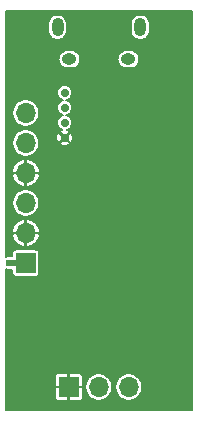
<source format=gbr>
G04 #@! TF.GenerationSoftware,KiCad,Pcbnew,5.1.8-db9833491~88~ubuntu20.04.1*
G04 #@! TF.CreationDate,2021-01-29T13:44:14-05:00*
G04 #@! TF.ProjectId,pmtcmini-h10770,706d7463-6d69-46e6-992d-683130373730,rev?*
G04 #@! TF.SameCoordinates,Original*
G04 #@! TF.FileFunction,Copper,L2,Bot*
G04 #@! TF.FilePolarity,Positive*
%FSLAX46Y46*%
G04 Gerber Fmt 4.6, Leading zero omitted, Abs format (unit mm)*
G04 Created by KiCad (PCBNEW 5.1.8-db9833491~88~ubuntu20.04.1) date 2021-01-29 13:44:14*
%MOMM*%
%LPD*%
G01*
G04 APERTURE LIST*
G04 #@! TA.AperFunction,SMDPad,CuDef*
%ADD10O,1.700000X1.700000*%
G04 #@! TD*
G04 #@! TA.AperFunction,SMDPad,CuDef*
%ADD11R,1.700000X1.700000*%
G04 #@! TD*
G04 #@! TA.AperFunction,ComponentPad*
%ADD12C,0.704800*%
G04 #@! TD*
G04 #@! TA.AperFunction,ComponentPad*
%ADD13O,1.700000X1.700000*%
G04 #@! TD*
G04 #@! TA.AperFunction,ComponentPad*
%ADD14R,1.700000X1.700000*%
G04 #@! TD*
G04 #@! TA.AperFunction,ComponentPad*
%ADD15O,1.000000X1.550000*%
G04 #@! TD*
G04 #@! TA.AperFunction,ComponentPad*
%ADD16O,1.250000X0.950000*%
G04 #@! TD*
G04 #@! TA.AperFunction,ViaPad*
%ADD17C,0.800000*%
G04 #@! TD*
G04 #@! TA.AperFunction,ViaPad*
%ADD18C,0.600000*%
G04 #@! TD*
G04 #@! TA.AperFunction,Conductor*
%ADD19C,0.500000*%
G04 #@! TD*
G04 #@! TA.AperFunction,Conductor*
%ADD20C,0.200000*%
G04 #@! TD*
G04 #@! TA.AperFunction,Conductor*
%ADD21C,0.100000*%
G04 #@! TD*
G04 APERTURE END LIST*
D10*
X129055000Y-67581000D03*
X129055000Y-65041000D03*
X129055000Y-72661000D03*
D11*
X129055000Y-75201000D03*
D10*
X129055000Y-70121000D03*
X129055000Y-62501000D03*
D12*
X132350000Y-62045000D03*
X132350000Y-60775000D03*
X132350000Y-63315000D03*
X132350000Y-64585000D03*
D13*
X137780000Y-85700000D03*
X135240000Y-85700000D03*
D14*
X132700000Y-85700000D03*
D15*
X131750000Y-55250000D03*
X138750000Y-55250000D03*
D16*
X137750000Y-57950000D03*
X132750000Y-57950000D03*
D17*
X129075000Y-65125000D03*
X129075000Y-67675000D03*
X129075000Y-72700000D03*
X129075000Y-70125000D03*
D18*
X141050000Y-62800000D03*
X133950000Y-56600000D03*
X134250000Y-65250000D03*
X132900000Y-70850000D03*
X133200000Y-75950000D03*
X137950000Y-72500000D03*
D17*
X140150000Y-75275000D03*
X137805210Y-75853828D03*
D18*
X138950000Y-68075000D03*
X136725000Y-61300000D03*
X127675000Y-75200000D03*
X129050000Y-62500000D03*
D19*
X129054000Y-75200000D02*
X129055000Y-75201000D01*
X127675000Y-75200000D02*
X129054000Y-75200000D01*
D20*
X143125001Y-87625000D02*
X127375000Y-87625000D01*
X127375000Y-86550000D01*
X131498306Y-86550000D01*
X131505064Y-86618612D01*
X131525077Y-86684587D01*
X131557577Y-86745391D01*
X131601315Y-86798685D01*
X131654609Y-86842423D01*
X131715413Y-86874923D01*
X131781388Y-86894936D01*
X131850000Y-86901694D01*
X132587500Y-86900000D01*
X132675000Y-86812500D01*
X132675000Y-85725000D01*
X132725000Y-85725000D01*
X132725000Y-86812500D01*
X132812500Y-86900000D01*
X133550000Y-86901694D01*
X133618612Y-86894936D01*
X133684587Y-86874923D01*
X133745391Y-86842423D01*
X133798685Y-86798685D01*
X133842423Y-86745391D01*
X133874923Y-86684587D01*
X133894936Y-86618612D01*
X133901694Y-86550000D01*
X133900000Y-85812500D01*
X133812500Y-85725000D01*
X132725000Y-85725000D01*
X132675000Y-85725000D01*
X131587500Y-85725000D01*
X131500000Y-85812500D01*
X131498306Y-86550000D01*
X127375000Y-86550000D01*
X127375000Y-84850000D01*
X131498306Y-84850000D01*
X131500000Y-85587500D01*
X131587500Y-85675000D01*
X132675000Y-85675000D01*
X132675000Y-84587500D01*
X132725000Y-84587500D01*
X132725000Y-85675000D01*
X133812500Y-85675000D01*
X133900000Y-85587500D01*
X133900001Y-85586735D01*
X134090000Y-85586735D01*
X134090000Y-85813265D01*
X134134194Y-86035443D01*
X134220884Y-86244729D01*
X134346737Y-86433082D01*
X134506918Y-86593263D01*
X134695271Y-86719116D01*
X134904557Y-86805806D01*
X135126735Y-86850000D01*
X135353265Y-86850000D01*
X135575443Y-86805806D01*
X135784729Y-86719116D01*
X135973082Y-86593263D01*
X136133263Y-86433082D01*
X136259116Y-86244729D01*
X136345806Y-86035443D01*
X136390000Y-85813265D01*
X136390000Y-85586735D01*
X136630000Y-85586735D01*
X136630000Y-85813265D01*
X136674194Y-86035443D01*
X136760884Y-86244729D01*
X136886737Y-86433082D01*
X137046918Y-86593263D01*
X137235271Y-86719116D01*
X137444557Y-86805806D01*
X137666735Y-86850000D01*
X137893265Y-86850000D01*
X138115443Y-86805806D01*
X138324729Y-86719116D01*
X138513082Y-86593263D01*
X138673263Y-86433082D01*
X138799116Y-86244729D01*
X138885806Y-86035443D01*
X138930000Y-85813265D01*
X138930000Y-85586735D01*
X138885806Y-85364557D01*
X138799116Y-85155271D01*
X138673263Y-84966918D01*
X138513082Y-84806737D01*
X138324729Y-84680884D01*
X138115443Y-84594194D01*
X137893265Y-84550000D01*
X137666735Y-84550000D01*
X137444557Y-84594194D01*
X137235271Y-84680884D01*
X137046918Y-84806737D01*
X136886737Y-84966918D01*
X136760884Y-85155271D01*
X136674194Y-85364557D01*
X136630000Y-85586735D01*
X136390000Y-85586735D01*
X136345806Y-85364557D01*
X136259116Y-85155271D01*
X136133263Y-84966918D01*
X135973082Y-84806737D01*
X135784729Y-84680884D01*
X135575443Y-84594194D01*
X135353265Y-84550000D01*
X135126735Y-84550000D01*
X134904557Y-84594194D01*
X134695271Y-84680884D01*
X134506918Y-84806737D01*
X134346737Y-84966918D01*
X134220884Y-85155271D01*
X134134194Y-85364557D01*
X134090000Y-85586735D01*
X133900001Y-85586735D01*
X133901694Y-84850000D01*
X133894936Y-84781388D01*
X133874923Y-84715413D01*
X133842423Y-84654609D01*
X133798685Y-84601315D01*
X133745391Y-84557577D01*
X133684587Y-84525077D01*
X133618612Y-84505064D01*
X133550000Y-84498306D01*
X132812500Y-84500000D01*
X132725000Y-84587500D01*
X132675000Y-84587500D01*
X132587500Y-84500000D01*
X131850000Y-84498306D01*
X131781388Y-84505064D01*
X131715413Y-84525077D01*
X131654609Y-84557577D01*
X131601315Y-84601315D01*
X131557577Y-84654609D01*
X131525077Y-84715413D01*
X131505064Y-84781388D01*
X131498306Y-84850000D01*
X127375000Y-84850000D01*
X127375000Y-75721160D01*
X127390793Y-75731713D01*
X127499986Y-75776942D01*
X127615905Y-75800000D01*
X127734095Y-75800000D01*
X127850014Y-75776942D01*
X127903549Y-75754767D01*
X127903549Y-76051000D01*
X127909341Y-76109810D01*
X127926496Y-76166360D01*
X127954353Y-76218477D01*
X127991842Y-76264158D01*
X128037523Y-76301647D01*
X128089640Y-76329504D01*
X128146190Y-76346659D01*
X128205000Y-76352451D01*
X129905000Y-76352451D01*
X129963810Y-76346659D01*
X130020360Y-76329504D01*
X130072477Y-76301647D01*
X130118158Y-76264158D01*
X130155647Y-76218477D01*
X130183504Y-76166360D01*
X130200659Y-76109810D01*
X130206451Y-76051000D01*
X130206451Y-74351000D01*
X130200659Y-74292190D01*
X130183504Y-74235640D01*
X130155647Y-74183523D01*
X130118158Y-74137842D01*
X130072477Y-74100353D01*
X130020360Y-74072496D01*
X129963810Y-74055341D01*
X129905000Y-74049549D01*
X128205000Y-74049549D01*
X128146190Y-74055341D01*
X128089640Y-74072496D01*
X128037523Y-74100353D01*
X127991842Y-74137842D01*
X127954353Y-74183523D01*
X127926496Y-74235640D01*
X127909341Y-74292190D01*
X127903549Y-74351000D01*
X127903549Y-74645233D01*
X127850014Y-74623058D01*
X127734095Y-74600000D01*
X127615905Y-74600000D01*
X127499986Y-74623058D01*
X127390793Y-74668287D01*
X127375000Y-74678840D01*
X127375000Y-72873373D01*
X127873942Y-72873373D01*
X127882573Y-72916764D01*
X127954998Y-73140579D01*
X128069696Y-73345964D01*
X128222258Y-73525026D01*
X128406822Y-73670884D01*
X128616295Y-73777933D01*
X128842627Y-73842059D01*
X129030000Y-73773241D01*
X129030000Y-72686000D01*
X129080000Y-72686000D01*
X129080000Y-73773241D01*
X129267373Y-73842059D01*
X129493705Y-73777933D01*
X129703178Y-73670884D01*
X129887742Y-73525026D01*
X130040304Y-73345964D01*
X130155002Y-73140579D01*
X130227427Y-72916764D01*
X130236058Y-72873373D01*
X130167219Y-72686000D01*
X129080000Y-72686000D01*
X129030000Y-72686000D01*
X127942781Y-72686000D01*
X127873942Y-72873373D01*
X127375000Y-72873373D01*
X127375000Y-72448627D01*
X127873942Y-72448627D01*
X127942781Y-72636000D01*
X129030000Y-72636000D01*
X129030000Y-71548759D01*
X129080000Y-71548759D01*
X129080000Y-72636000D01*
X130167219Y-72636000D01*
X130236058Y-72448627D01*
X130227427Y-72405236D01*
X130155002Y-72181421D01*
X130040304Y-71976036D01*
X129887742Y-71796974D01*
X129703178Y-71651116D01*
X129493705Y-71544067D01*
X129267373Y-71479941D01*
X129080000Y-71548759D01*
X129030000Y-71548759D01*
X128842627Y-71479941D01*
X128616295Y-71544067D01*
X128406822Y-71651116D01*
X128222258Y-71796974D01*
X128069696Y-71976036D01*
X127954998Y-72181421D01*
X127882573Y-72405236D01*
X127873942Y-72448627D01*
X127375000Y-72448627D01*
X127375000Y-70007735D01*
X127905000Y-70007735D01*
X127905000Y-70234265D01*
X127949194Y-70456443D01*
X128035884Y-70665729D01*
X128161737Y-70854082D01*
X128321918Y-71014263D01*
X128510271Y-71140116D01*
X128719557Y-71226806D01*
X128941735Y-71271000D01*
X129168265Y-71271000D01*
X129390443Y-71226806D01*
X129599729Y-71140116D01*
X129788082Y-71014263D01*
X129948263Y-70854082D01*
X130074116Y-70665729D01*
X130160806Y-70456443D01*
X130205000Y-70234265D01*
X130205000Y-70007735D01*
X130160806Y-69785557D01*
X130074116Y-69576271D01*
X129948263Y-69387918D01*
X129788082Y-69227737D01*
X129599729Y-69101884D01*
X129390443Y-69015194D01*
X129168265Y-68971000D01*
X128941735Y-68971000D01*
X128719557Y-69015194D01*
X128510271Y-69101884D01*
X128321918Y-69227737D01*
X128161737Y-69387918D01*
X128035884Y-69576271D01*
X127949194Y-69785557D01*
X127905000Y-70007735D01*
X127375000Y-70007735D01*
X127375000Y-67793373D01*
X127873942Y-67793373D01*
X127882573Y-67836764D01*
X127954998Y-68060579D01*
X128069696Y-68265964D01*
X128222258Y-68445026D01*
X128406822Y-68590884D01*
X128616295Y-68697933D01*
X128842627Y-68762059D01*
X129030000Y-68693241D01*
X129030000Y-67606000D01*
X129080000Y-67606000D01*
X129080000Y-68693241D01*
X129267373Y-68762059D01*
X129493705Y-68697933D01*
X129703178Y-68590884D01*
X129887742Y-68445026D01*
X130040304Y-68265964D01*
X130155002Y-68060579D01*
X130227427Y-67836764D01*
X130236058Y-67793373D01*
X130167219Y-67606000D01*
X129080000Y-67606000D01*
X129030000Y-67606000D01*
X127942781Y-67606000D01*
X127873942Y-67793373D01*
X127375000Y-67793373D01*
X127375000Y-67368627D01*
X127873942Y-67368627D01*
X127942781Y-67556000D01*
X129030000Y-67556000D01*
X129030000Y-66468759D01*
X129080000Y-66468759D01*
X129080000Y-67556000D01*
X130167219Y-67556000D01*
X130236058Y-67368627D01*
X130227427Y-67325236D01*
X130155002Y-67101421D01*
X130040304Y-66896036D01*
X129887742Y-66716974D01*
X129703178Y-66571116D01*
X129493705Y-66464067D01*
X129267373Y-66399941D01*
X129080000Y-66468759D01*
X129030000Y-66468759D01*
X128842627Y-66399941D01*
X128616295Y-66464067D01*
X128406822Y-66571116D01*
X128222258Y-66716974D01*
X128069696Y-66896036D01*
X127954998Y-67101421D01*
X127882573Y-67325236D01*
X127873942Y-67368627D01*
X127375000Y-67368627D01*
X127375000Y-64927735D01*
X127905000Y-64927735D01*
X127905000Y-65154265D01*
X127949194Y-65376443D01*
X128035884Y-65585729D01*
X128161737Y-65774082D01*
X128321918Y-65934263D01*
X128510271Y-66060116D01*
X128719557Y-66146806D01*
X128941735Y-66191000D01*
X129168265Y-66191000D01*
X129390443Y-66146806D01*
X129599729Y-66060116D01*
X129788082Y-65934263D01*
X129948263Y-65774082D01*
X130074116Y-65585729D01*
X130160806Y-65376443D01*
X130205000Y-65154265D01*
X130205000Y-65039523D01*
X131930832Y-65039523D01*
X131955627Y-65170339D01*
X132077399Y-65236030D01*
X132209646Y-65276703D01*
X132347288Y-65290794D01*
X132485033Y-65277761D01*
X132617590Y-65238106D01*
X132739863Y-65173352D01*
X132744373Y-65170339D01*
X132769168Y-65039523D01*
X132350000Y-64620355D01*
X131930832Y-65039523D01*
X130205000Y-65039523D01*
X130205000Y-64927735D01*
X130160806Y-64705557D01*
X130109746Y-64582288D01*
X131644206Y-64582288D01*
X131657239Y-64720033D01*
X131696894Y-64852590D01*
X131761648Y-64974863D01*
X131764661Y-64979373D01*
X131895477Y-65004168D01*
X132314645Y-64585000D01*
X132385355Y-64585000D01*
X132804523Y-65004168D01*
X132935339Y-64979373D01*
X133001030Y-64857601D01*
X133041703Y-64725354D01*
X133055794Y-64587712D01*
X133042761Y-64449967D01*
X133003106Y-64317410D01*
X132938352Y-64195137D01*
X132935339Y-64190627D01*
X132804523Y-64165832D01*
X132385355Y-64585000D01*
X132314645Y-64585000D01*
X131895477Y-64165832D01*
X131764661Y-64190627D01*
X131698970Y-64312399D01*
X131658297Y-64444646D01*
X131644206Y-64582288D01*
X130109746Y-64582288D01*
X130074116Y-64496271D01*
X129948263Y-64307918D01*
X129788082Y-64147737D01*
X129599729Y-64021884D01*
X129390443Y-63935194D01*
X129168265Y-63891000D01*
X128941735Y-63891000D01*
X128719557Y-63935194D01*
X128510271Y-64021884D01*
X128321918Y-64147737D01*
X128161737Y-64307918D01*
X128035884Y-64496271D01*
X127949194Y-64705557D01*
X127905000Y-64927735D01*
X127375000Y-64927735D01*
X127375000Y-62387735D01*
X127905000Y-62387735D01*
X127905000Y-62614265D01*
X127949194Y-62836443D01*
X128035884Y-63045729D01*
X128161737Y-63234082D01*
X128321918Y-63394263D01*
X128510271Y-63520116D01*
X128719557Y-63606806D01*
X128941735Y-63651000D01*
X129168265Y-63651000D01*
X129390443Y-63606806D01*
X129599729Y-63520116D01*
X129788082Y-63394263D01*
X129948263Y-63234082D01*
X130074116Y-63045729D01*
X130160806Y-62836443D01*
X130205000Y-62614265D01*
X130205000Y-62387735D01*
X130160806Y-62165557D01*
X130074116Y-61956271D01*
X129948263Y-61767918D01*
X129788082Y-61607737D01*
X129599729Y-61481884D01*
X129390443Y-61395194D01*
X129168265Y-61351000D01*
X128941735Y-61351000D01*
X128719557Y-61395194D01*
X128510271Y-61481884D01*
X128321918Y-61607737D01*
X128161737Y-61767918D01*
X128035884Y-61956271D01*
X127949194Y-62165557D01*
X127905000Y-62387735D01*
X127375000Y-62387735D01*
X127375000Y-60710744D01*
X131697600Y-60710744D01*
X131697600Y-60839256D01*
X131722671Y-60965298D01*
X131771850Y-61084027D01*
X131843248Y-61190881D01*
X131934119Y-61281752D01*
X132040973Y-61353150D01*
X132159702Y-61402329D01*
X132198267Y-61410000D01*
X132159702Y-61417671D01*
X132040973Y-61466850D01*
X131934119Y-61538248D01*
X131843248Y-61629119D01*
X131771850Y-61735973D01*
X131722671Y-61854702D01*
X131697600Y-61980744D01*
X131697600Y-62109256D01*
X131722671Y-62235298D01*
X131771850Y-62354027D01*
X131843248Y-62460881D01*
X131934119Y-62551752D01*
X132040973Y-62623150D01*
X132159702Y-62672329D01*
X132198267Y-62680000D01*
X132159702Y-62687671D01*
X132040973Y-62736850D01*
X131934119Y-62808248D01*
X131843248Y-62899119D01*
X131771850Y-63005973D01*
X131722671Y-63124702D01*
X131697600Y-63250744D01*
X131697600Y-63379256D01*
X131722671Y-63505298D01*
X131771850Y-63624027D01*
X131843248Y-63730881D01*
X131934119Y-63821752D01*
X132040973Y-63893150D01*
X132112661Y-63922844D01*
X132082410Y-63931894D01*
X131960137Y-63996648D01*
X131955627Y-63999661D01*
X131930832Y-64130477D01*
X132350000Y-64549645D01*
X132769168Y-64130477D01*
X132744373Y-63999661D01*
X132622601Y-63933970D01*
X132586950Y-63923005D01*
X132659027Y-63893150D01*
X132765881Y-63821752D01*
X132856752Y-63730881D01*
X132928150Y-63624027D01*
X132977329Y-63505298D01*
X133002400Y-63379256D01*
X133002400Y-63250744D01*
X132977329Y-63124702D01*
X132928150Y-63005973D01*
X132856752Y-62899119D01*
X132765881Y-62808248D01*
X132659027Y-62736850D01*
X132540298Y-62687671D01*
X132501733Y-62680000D01*
X132540298Y-62672329D01*
X132659027Y-62623150D01*
X132765881Y-62551752D01*
X132856752Y-62460881D01*
X132928150Y-62354027D01*
X132977329Y-62235298D01*
X133002400Y-62109256D01*
X133002400Y-61980744D01*
X132977329Y-61854702D01*
X132928150Y-61735973D01*
X132856752Y-61629119D01*
X132765881Y-61538248D01*
X132659027Y-61466850D01*
X132540298Y-61417671D01*
X132501733Y-61410000D01*
X132540298Y-61402329D01*
X132659027Y-61353150D01*
X132765881Y-61281752D01*
X132856752Y-61190881D01*
X132928150Y-61084027D01*
X132977329Y-60965298D01*
X133002400Y-60839256D01*
X133002400Y-60710744D01*
X132977329Y-60584702D01*
X132928150Y-60465973D01*
X132856752Y-60359119D01*
X132765881Y-60268248D01*
X132659027Y-60196850D01*
X132540298Y-60147671D01*
X132414256Y-60122600D01*
X132285744Y-60122600D01*
X132159702Y-60147671D01*
X132040973Y-60196850D01*
X131934119Y-60268248D01*
X131843248Y-60359119D01*
X131771850Y-60465973D01*
X131722671Y-60584702D01*
X131697600Y-60710744D01*
X127375000Y-60710744D01*
X127375000Y-57950000D01*
X131821251Y-57950000D01*
X131836214Y-58101926D01*
X131880530Y-58248014D01*
X131952494Y-58382650D01*
X132049341Y-58500659D01*
X132167350Y-58597506D01*
X132301986Y-58669470D01*
X132448074Y-58713786D01*
X132561935Y-58725000D01*
X132938065Y-58725000D01*
X133051926Y-58713786D01*
X133198014Y-58669470D01*
X133332650Y-58597506D01*
X133450659Y-58500659D01*
X133547506Y-58382650D01*
X133619470Y-58248014D01*
X133663786Y-58101926D01*
X133678749Y-57950000D01*
X136821251Y-57950000D01*
X136836214Y-58101926D01*
X136880530Y-58248014D01*
X136952494Y-58382650D01*
X137049341Y-58500659D01*
X137167350Y-58597506D01*
X137301986Y-58669470D01*
X137448074Y-58713786D01*
X137561935Y-58725000D01*
X137938065Y-58725000D01*
X138051926Y-58713786D01*
X138198014Y-58669470D01*
X138332650Y-58597506D01*
X138450659Y-58500659D01*
X138547506Y-58382650D01*
X138619470Y-58248014D01*
X138663786Y-58101926D01*
X138678749Y-57950000D01*
X138663786Y-57798074D01*
X138619470Y-57651986D01*
X138547506Y-57517350D01*
X138450659Y-57399341D01*
X138332650Y-57302494D01*
X138198014Y-57230530D01*
X138051926Y-57186214D01*
X137938065Y-57175000D01*
X137561935Y-57175000D01*
X137448074Y-57186214D01*
X137301986Y-57230530D01*
X137167350Y-57302494D01*
X137049341Y-57399341D01*
X136952494Y-57517350D01*
X136880530Y-57651986D01*
X136836214Y-57798074D01*
X136821251Y-57950000D01*
X133678749Y-57950000D01*
X133663786Y-57798074D01*
X133619470Y-57651986D01*
X133547506Y-57517350D01*
X133450659Y-57399341D01*
X133332650Y-57302494D01*
X133198014Y-57230530D01*
X133051926Y-57186214D01*
X132938065Y-57175000D01*
X132561935Y-57175000D01*
X132448074Y-57186214D01*
X132301986Y-57230530D01*
X132167350Y-57302494D01*
X132049341Y-57399341D01*
X131952494Y-57517350D01*
X131880530Y-57651986D01*
X131836214Y-57798074D01*
X131821251Y-57950000D01*
X127375000Y-57950000D01*
X127375000Y-54935707D01*
X130950000Y-54935707D01*
X130950000Y-55564292D01*
X130961576Y-55681826D01*
X131007321Y-55832627D01*
X131081607Y-55971605D01*
X131181578Y-56093422D01*
X131303394Y-56193393D01*
X131442372Y-56267679D01*
X131593173Y-56313424D01*
X131750000Y-56328870D01*
X131906826Y-56313424D01*
X132057627Y-56267679D01*
X132196605Y-56193393D01*
X132318422Y-56093422D01*
X132418393Y-55971606D01*
X132492679Y-55832628D01*
X132538424Y-55681827D01*
X132550000Y-55564293D01*
X132550000Y-54935707D01*
X137950000Y-54935707D01*
X137950000Y-55564292D01*
X137961576Y-55681826D01*
X138007321Y-55832627D01*
X138081607Y-55971605D01*
X138181578Y-56093422D01*
X138303394Y-56193393D01*
X138442372Y-56267679D01*
X138593173Y-56313424D01*
X138750000Y-56328870D01*
X138906826Y-56313424D01*
X139057627Y-56267679D01*
X139196605Y-56193393D01*
X139318422Y-56093422D01*
X139418393Y-55971606D01*
X139492679Y-55832628D01*
X139538424Y-55681827D01*
X139550000Y-55564293D01*
X139550000Y-54935707D01*
X139538424Y-54818173D01*
X139492679Y-54667372D01*
X139418393Y-54528394D01*
X139318422Y-54406578D01*
X139196606Y-54306607D01*
X139057628Y-54232321D01*
X138906827Y-54186576D01*
X138750000Y-54171130D01*
X138593174Y-54186576D01*
X138442373Y-54232321D01*
X138303395Y-54306607D01*
X138181579Y-54406578D01*
X138081608Y-54528394D01*
X138007321Y-54667372D01*
X137961576Y-54818173D01*
X137950000Y-54935707D01*
X132550000Y-54935707D01*
X132538424Y-54818173D01*
X132492679Y-54667372D01*
X132418393Y-54528394D01*
X132318422Y-54406578D01*
X132196606Y-54306607D01*
X132057628Y-54232321D01*
X131906827Y-54186576D01*
X131750000Y-54171130D01*
X131593174Y-54186576D01*
X131442373Y-54232321D01*
X131303395Y-54306607D01*
X131181579Y-54406578D01*
X131081608Y-54528394D01*
X131007321Y-54667372D01*
X130961576Y-54818173D01*
X130950000Y-54935707D01*
X127375000Y-54935707D01*
X127375000Y-53875000D01*
X143125000Y-53875000D01*
X143125001Y-87625000D01*
G04 #@! TA.AperFunction,Conductor*
D21*
G36*
X143125001Y-87625000D02*
G01*
X127375000Y-87625000D01*
X127375000Y-86550000D01*
X131498306Y-86550000D01*
X131505064Y-86618612D01*
X131525077Y-86684587D01*
X131557577Y-86745391D01*
X131601315Y-86798685D01*
X131654609Y-86842423D01*
X131715413Y-86874923D01*
X131781388Y-86894936D01*
X131850000Y-86901694D01*
X132587500Y-86900000D01*
X132675000Y-86812500D01*
X132675000Y-85725000D01*
X132725000Y-85725000D01*
X132725000Y-86812500D01*
X132812500Y-86900000D01*
X133550000Y-86901694D01*
X133618612Y-86894936D01*
X133684587Y-86874923D01*
X133745391Y-86842423D01*
X133798685Y-86798685D01*
X133842423Y-86745391D01*
X133874923Y-86684587D01*
X133894936Y-86618612D01*
X133901694Y-86550000D01*
X133900000Y-85812500D01*
X133812500Y-85725000D01*
X132725000Y-85725000D01*
X132675000Y-85725000D01*
X131587500Y-85725000D01*
X131500000Y-85812500D01*
X131498306Y-86550000D01*
X127375000Y-86550000D01*
X127375000Y-84850000D01*
X131498306Y-84850000D01*
X131500000Y-85587500D01*
X131587500Y-85675000D01*
X132675000Y-85675000D01*
X132675000Y-84587500D01*
X132725000Y-84587500D01*
X132725000Y-85675000D01*
X133812500Y-85675000D01*
X133900000Y-85587500D01*
X133900001Y-85586735D01*
X134090000Y-85586735D01*
X134090000Y-85813265D01*
X134134194Y-86035443D01*
X134220884Y-86244729D01*
X134346737Y-86433082D01*
X134506918Y-86593263D01*
X134695271Y-86719116D01*
X134904557Y-86805806D01*
X135126735Y-86850000D01*
X135353265Y-86850000D01*
X135575443Y-86805806D01*
X135784729Y-86719116D01*
X135973082Y-86593263D01*
X136133263Y-86433082D01*
X136259116Y-86244729D01*
X136345806Y-86035443D01*
X136390000Y-85813265D01*
X136390000Y-85586735D01*
X136630000Y-85586735D01*
X136630000Y-85813265D01*
X136674194Y-86035443D01*
X136760884Y-86244729D01*
X136886737Y-86433082D01*
X137046918Y-86593263D01*
X137235271Y-86719116D01*
X137444557Y-86805806D01*
X137666735Y-86850000D01*
X137893265Y-86850000D01*
X138115443Y-86805806D01*
X138324729Y-86719116D01*
X138513082Y-86593263D01*
X138673263Y-86433082D01*
X138799116Y-86244729D01*
X138885806Y-86035443D01*
X138930000Y-85813265D01*
X138930000Y-85586735D01*
X138885806Y-85364557D01*
X138799116Y-85155271D01*
X138673263Y-84966918D01*
X138513082Y-84806737D01*
X138324729Y-84680884D01*
X138115443Y-84594194D01*
X137893265Y-84550000D01*
X137666735Y-84550000D01*
X137444557Y-84594194D01*
X137235271Y-84680884D01*
X137046918Y-84806737D01*
X136886737Y-84966918D01*
X136760884Y-85155271D01*
X136674194Y-85364557D01*
X136630000Y-85586735D01*
X136390000Y-85586735D01*
X136345806Y-85364557D01*
X136259116Y-85155271D01*
X136133263Y-84966918D01*
X135973082Y-84806737D01*
X135784729Y-84680884D01*
X135575443Y-84594194D01*
X135353265Y-84550000D01*
X135126735Y-84550000D01*
X134904557Y-84594194D01*
X134695271Y-84680884D01*
X134506918Y-84806737D01*
X134346737Y-84966918D01*
X134220884Y-85155271D01*
X134134194Y-85364557D01*
X134090000Y-85586735D01*
X133900001Y-85586735D01*
X133901694Y-84850000D01*
X133894936Y-84781388D01*
X133874923Y-84715413D01*
X133842423Y-84654609D01*
X133798685Y-84601315D01*
X133745391Y-84557577D01*
X133684587Y-84525077D01*
X133618612Y-84505064D01*
X133550000Y-84498306D01*
X132812500Y-84500000D01*
X132725000Y-84587500D01*
X132675000Y-84587500D01*
X132587500Y-84500000D01*
X131850000Y-84498306D01*
X131781388Y-84505064D01*
X131715413Y-84525077D01*
X131654609Y-84557577D01*
X131601315Y-84601315D01*
X131557577Y-84654609D01*
X131525077Y-84715413D01*
X131505064Y-84781388D01*
X131498306Y-84850000D01*
X127375000Y-84850000D01*
X127375000Y-75721160D01*
X127390793Y-75731713D01*
X127499986Y-75776942D01*
X127615905Y-75800000D01*
X127734095Y-75800000D01*
X127850014Y-75776942D01*
X127903549Y-75754767D01*
X127903549Y-76051000D01*
X127909341Y-76109810D01*
X127926496Y-76166360D01*
X127954353Y-76218477D01*
X127991842Y-76264158D01*
X128037523Y-76301647D01*
X128089640Y-76329504D01*
X128146190Y-76346659D01*
X128205000Y-76352451D01*
X129905000Y-76352451D01*
X129963810Y-76346659D01*
X130020360Y-76329504D01*
X130072477Y-76301647D01*
X130118158Y-76264158D01*
X130155647Y-76218477D01*
X130183504Y-76166360D01*
X130200659Y-76109810D01*
X130206451Y-76051000D01*
X130206451Y-74351000D01*
X130200659Y-74292190D01*
X130183504Y-74235640D01*
X130155647Y-74183523D01*
X130118158Y-74137842D01*
X130072477Y-74100353D01*
X130020360Y-74072496D01*
X129963810Y-74055341D01*
X129905000Y-74049549D01*
X128205000Y-74049549D01*
X128146190Y-74055341D01*
X128089640Y-74072496D01*
X128037523Y-74100353D01*
X127991842Y-74137842D01*
X127954353Y-74183523D01*
X127926496Y-74235640D01*
X127909341Y-74292190D01*
X127903549Y-74351000D01*
X127903549Y-74645233D01*
X127850014Y-74623058D01*
X127734095Y-74600000D01*
X127615905Y-74600000D01*
X127499986Y-74623058D01*
X127390793Y-74668287D01*
X127375000Y-74678840D01*
X127375000Y-72873373D01*
X127873942Y-72873373D01*
X127882573Y-72916764D01*
X127954998Y-73140579D01*
X128069696Y-73345964D01*
X128222258Y-73525026D01*
X128406822Y-73670884D01*
X128616295Y-73777933D01*
X128842627Y-73842059D01*
X129030000Y-73773241D01*
X129030000Y-72686000D01*
X129080000Y-72686000D01*
X129080000Y-73773241D01*
X129267373Y-73842059D01*
X129493705Y-73777933D01*
X129703178Y-73670884D01*
X129887742Y-73525026D01*
X130040304Y-73345964D01*
X130155002Y-73140579D01*
X130227427Y-72916764D01*
X130236058Y-72873373D01*
X130167219Y-72686000D01*
X129080000Y-72686000D01*
X129030000Y-72686000D01*
X127942781Y-72686000D01*
X127873942Y-72873373D01*
X127375000Y-72873373D01*
X127375000Y-72448627D01*
X127873942Y-72448627D01*
X127942781Y-72636000D01*
X129030000Y-72636000D01*
X129030000Y-71548759D01*
X129080000Y-71548759D01*
X129080000Y-72636000D01*
X130167219Y-72636000D01*
X130236058Y-72448627D01*
X130227427Y-72405236D01*
X130155002Y-72181421D01*
X130040304Y-71976036D01*
X129887742Y-71796974D01*
X129703178Y-71651116D01*
X129493705Y-71544067D01*
X129267373Y-71479941D01*
X129080000Y-71548759D01*
X129030000Y-71548759D01*
X128842627Y-71479941D01*
X128616295Y-71544067D01*
X128406822Y-71651116D01*
X128222258Y-71796974D01*
X128069696Y-71976036D01*
X127954998Y-72181421D01*
X127882573Y-72405236D01*
X127873942Y-72448627D01*
X127375000Y-72448627D01*
X127375000Y-70007735D01*
X127905000Y-70007735D01*
X127905000Y-70234265D01*
X127949194Y-70456443D01*
X128035884Y-70665729D01*
X128161737Y-70854082D01*
X128321918Y-71014263D01*
X128510271Y-71140116D01*
X128719557Y-71226806D01*
X128941735Y-71271000D01*
X129168265Y-71271000D01*
X129390443Y-71226806D01*
X129599729Y-71140116D01*
X129788082Y-71014263D01*
X129948263Y-70854082D01*
X130074116Y-70665729D01*
X130160806Y-70456443D01*
X130205000Y-70234265D01*
X130205000Y-70007735D01*
X130160806Y-69785557D01*
X130074116Y-69576271D01*
X129948263Y-69387918D01*
X129788082Y-69227737D01*
X129599729Y-69101884D01*
X129390443Y-69015194D01*
X129168265Y-68971000D01*
X128941735Y-68971000D01*
X128719557Y-69015194D01*
X128510271Y-69101884D01*
X128321918Y-69227737D01*
X128161737Y-69387918D01*
X128035884Y-69576271D01*
X127949194Y-69785557D01*
X127905000Y-70007735D01*
X127375000Y-70007735D01*
X127375000Y-67793373D01*
X127873942Y-67793373D01*
X127882573Y-67836764D01*
X127954998Y-68060579D01*
X128069696Y-68265964D01*
X128222258Y-68445026D01*
X128406822Y-68590884D01*
X128616295Y-68697933D01*
X128842627Y-68762059D01*
X129030000Y-68693241D01*
X129030000Y-67606000D01*
X129080000Y-67606000D01*
X129080000Y-68693241D01*
X129267373Y-68762059D01*
X129493705Y-68697933D01*
X129703178Y-68590884D01*
X129887742Y-68445026D01*
X130040304Y-68265964D01*
X130155002Y-68060579D01*
X130227427Y-67836764D01*
X130236058Y-67793373D01*
X130167219Y-67606000D01*
X129080000Y-67606000D01*
X129030000Y-67606000D01*
X127942781Y-67606000D01*
X127873942Y-67793373D01*
X127375000Y-67793373D01*
X127375000Y-67368627D01*
X127873942Y-67368627D01*
X127942781Y-67556000D01*
X129030000Y-67556000D01*
X129030000Y-66468759D01*
X129080000Y-66468759D01*
X129080000Y-67556000D01*
X130167219Y-67556000D01*
X130236058Y-67368627D01*
X130227427Y-67325236D01*
X130155002Y-67101421D01*
X130040304Y-66896036D01*
X129887742Y-66716974D01*
X129703178Y-66571116D01*
X129493705Y-66464067D01*
X129267373Y-66399941D01*
X129080000Y-66468759D01*
X129030000Y-66468759D01*
X128842627Y-66399941D01*
X128616295Y-66464067D01*
X128406822Y-66571116D01*
X128222258Y-66716974D01*
X128069696Y-66896036D01*
X127954998Y-67101421D01*
X127882573Y-67325236D01*
X127873942Y-67368627D01*
X127375000Y-67368627D01*
X127375000Y-64927735D01*
X127905000Y-64927735D01*
X127905000Y-65154265D01*
X127949194Y-65376443D01*
X128035884Y-65585729D01*
X128161737Y-65774082D01*
X128321918Y-65934263D01*
X128510271Y-66060116D01*
X128719557Y-66146806D01*
X128941735Y-66191000D01*
X129168265Y-66191000D01*
X129390443Y-66146806D01*
X129599729Y-66060116D01*
X129788082Y-65934263D01*
X129948263Y-65774082D01*
X130074116Y-65585729D01*
X130160806Y-65376443D01*
X130205000Y-65154265D01*
X130205000Y-65039523D01*
X131930832Y-65039523D01*
X131955627Y-65170339D01*
X132077399Y-65236030D01*
X132209646Y-65276703D01*
X132347288Y-65290794D01*
X132485033Y-65277761D01*
X132617590Y-65238106D01*
X132739863Y-65173352D01*
X132744373Y-65170339D01*
X132769168Y-65039523D01*
X132350000Y-64620355D01*
X131930832Y-65039523D01*
X130205000Y-65039523D01*
X130205000Y-64927735D01*
X130160806Y-64705557D01*
X130109746Y-64582288D01*
X131644206Y-64582288D01*
X131657239Y-64720033D01*
X131696894Y-64852590D01*
X131761648Y-64974863D01*
X131764661Y-64979373D01*
X131895477Y-65004168D01*
X132314645Y-64585000D01*
X132385355Y-64585000D01*
X132804523Y-65004168D01*
X132935339Y-64979373D01*
X133001030Y-64857601D01*
X133041703Y-64725354D01*
X133055794Y-64587712D01*
X133042761Y-64449967D01*
X133003106Y-64317410D01*
X132938352Y-64195137D01*
X132935339Y-64190627D01*
X132804523Y-64165832D01*
X132385355Y-64585000D01*
X132314645Y-64585000D01*
X131895477Y-64165832D01*
X131764661Y-64190627D01*
X131698970Y-64312399D01*
X131658297Y-64444646D01*
X131644206Y-64582288D01*
X130109746Y-64582288D01*
X130074116Y-64496271D01*
X129948263Y-64307918D01*
X129788082Y-64147737D01*
X129599729Y-64021884D01*
X129390443Y-63935194D01*
X129168265Y-63891000D01*
X128941735Y-63891000D01*
X128719557Y-63935194D01*
X128510271Y-64021884D01*
X128321918Y-64147737D01*
X128161737Y-64307918D01*
X128035884Y-64496271D01*
X127949194Y-64705557D01*
X127905000Y-64927735D01*
X127375000Y-64927735D01*
X127375000Y-62387735D01*
X127905000Y-62387735D01*
X127905000Y-62614265D01*
X127949194Y-62836443D01*
X128035884Y-63045729D01*
X128161737Y-63234082D01*
X128321918Y-63394263D01*
X128510271Y-63520116D01*
X128719557Y-63606806D01*
X128941735Y-63651000D01*
X129168265Y-63651000D01*
X129390443Y-63606806D01*
X129599729Y-63520116D01*
X129788082Y-63394263D01*
X129948263Y-63234082D01*
X130074116Y-63045729D01*
X130160806Y-62836443D01*
X130205000Y-62614265D01*
X130205000Y-62387735D01*
X130160806Y-62165557D01*
X130074116Y-61956271D01*
X129948263Y-61767918D01*
X129788082Y-61607737D01*
X129599729Y-61481884D01*
X129390443Y-61395194D01*
X129168265Y-61351000D01*
X128941735Y-61351000D01*
X128719557Y-61395194D01*
X128510271Y-61481884D01*
X128321918Y-61607737D01*
X128161737Y-61767918D01*
X128035884Y-61956271D01*
X127949194Y-62165557D01*
X127905000Y-62387735D01*
X127375000Y-62387735D01*
X127375000Y-60710744D01*
X131697600Y-60710744D01*
X131697600Y-60839256D01*
X131722671Y-60965298D01*
X131771850Y-61084027D01*
X131843248Y-61190881D01*
X131934119Y-61281752D01*
X132040973Y-61353150D01*
X132159702Y-61402329D01*
X132198267Y-61410000D01*
X132159702Y-61417671D01*
X132040973Y-61466850D01*
X131934119Y-61538248D01*
X131843248Y-61629119D01*
X131771850Y-61735973D01*
X131722671Y-61854702D01*
X131697600Y-61980744D01*
X131697600Y-62109256D01*
X131722671Y-62235298D01*
X131771850Y-62354027D01*
X131843248Y-62460881D01*
X131934119Y-62551752D01*
X132040973Y-62623150D01*
X132159702Y-62672329D01*
X132198267Y-62680000D01*
X132159702Y-62687671D01*
X132040973Y-62736850D01*
X131934119Y-62808248D01*
X131843248Y-62899119D01*
X131771850Y-63005973D01*
X131722671Y-63124702D01*
X131697600Y-63250744D01*
X131697600Y-63379256D01*
X131722671Y-63505298D01*
X131771850Y-63624027D01*
X131843248Y-63730881D01*
X131934119Y-63821752D01*
X132040973Y-63893150D01*
X132112661Y-63922844D01*
X132082410Y-63931894D01*
X131960137Y-63996648D01*
X131955627Y-63999661D01*
X131930832Y-64130477D01*
X132350000Y-64549645D01*
X132769168Y-64130477D01*
X132744373Y-63999661D01*
X132622601Y-63933970D01*
X132586950Y-63923005D01*
X132659027Y-63893150D01*
X132765881Y-63821752D01*
X132856752Y-63730881D01*
X132928150Y-63624027D01*
X132977329Y-63505298D01*
X133002400Y-63379256D01*
X133002400Y-63250744D01*
X132977329Y-63124702D01*
X132928150Y-63005973D01*
X132856752Y-62899119D01*
X132765881Y-62808248D01*
X132659027Y-62736850D01*
X132540298Y-62687671D01*
X132501733Y-62680000D01*
X132540298Y-62672329D01*
X132659027Y-62623150D01*
X132765881Y-62551752D01*
X132856752Y-62460881D01*
X132928150Y-62354027D01*
X132977329Y-62235298D01*
X133002400Y-62109256D01*
X133002400Y-61980744D01*
X132977329Y-61854702D01*
X132928150Y-61735973D01*
X132856752Y-61629119D01*
X132765881Y-61538248D01*
X132659027Y-61466850D01*
X132540298Y-61417671D01*
X132501733Y-61410000D01*
X132540298Y-61402329D01*
X132659027Y-61353150D01*
X132765881Y-61281752D01*
X132856752Y-61190881D01*
X132928150Y-61084027D01*
X132977329Y-60965298D01*
X133002400Y-60839256D01*
X133002400Y-60710744D01*
X132977329Y-60584702D01*
X132928150Y-60465973D01*
X132856752Y-60359119D01*
X132765881Y-60268248D01*
X132659027Y-60196850D01*
X132540298Y-60147671D01*
X132414256Y-60122600D01*
X132285744Y-60122600D01*
X132159702Y-60147671D01*
X132040973Y-60196850D01*
X131934119Y-60268248D01*
X131843248Y-60359119D01*
X131771850Y-60465973D01*
X131722671Y-60584702D01*
X131697600Y-60710744D01*
X127375000Y-60710744D01*
X127375000Y-57950000D01*
X131821251Y-57950000D01*
X131836214Y-58101926D01*
X131880530Y-58248014D01*
X131952494Y-58382650D01*
X132049341Y-58500659D01*
X132167350Y-58597506D01*
X132301986Y-58669470D01*
X132448074Y-58713786D01*
X132561935Y-58725000D01*
X132938065Y-58725000D01*
X133051926Y-58713786D01*
X133198014Y-58669470D01*
X133332650Y-58597506D01*
X133450659Y-58500659D01*
X133547506Y-58382650D01*
X133619470Y-58248014D01*
X133663786Y-58101926D01*
X133678749Y-57950000D01*
X136821251Y-57950000D01*
X136836214Y-58101926D01*
X136880530Y-58248014D01*
X136952494Y-58382650D01*
X137049341Y-58500659D01*
X137167350Y-58597506D01*
X137301986Y-58669470D01*
X137448074Y-58713786D01*
X137561935Y-58725000D01*
X137938065Y-58725000D01*
X138051926Y-58713786D01*
X138198014Y-58669470D01*
X138332650Y-58597506D01*
X138450659Y-58500659D01*
X138547506Y-58382650D01*
X138619470Y-58248014D01*
X138663786Y-58101926D01*
X138678749Y-57950000D01*
X138663786Y-57798074D01*
X138619470Y-57651986D01*
X138547506Y-57517350D01*
X138450659Y-57399341D01*
X138332650Y-57302494D01*
X138198014Y-57230530D01*
X138051926Y-57186214D01*
X137938065Y-57175000D01*
X137561935Y-57175000D01*
X137448074Y-57186214D01*
X137301986Y-57230530D01*
X137167350Y-57302494D01*
X137049341Y-57399341D01*
X136952494Y-57517350D01*
X136880530Y-57651986D01*
X136836214Y-57798074D01*
X136821251Y-57950000D01*
X133678749Y-57950000D01*
X133663786Y-57798074D01*
X133619470Y-57651986D01*
X133547506Y-57517350D01*
X133450659Y-57399341D01*
X133332650Y-57302494D01*
X133198014Y-57230530D01*
X133051926Y-57186214D01*
X132938065Y-57175000D01*
X132561935Y-57175000D01*
X132448074Y-57186214D01*
X132301986Y-57230530D01*
X132167350Y-57302494D01*
X132049341Y-57399341D01*
X131952494Y-57517350D01*
X131880530Y-57651986D01*
X131836214Y-57798074D01*
X131821251Y-57950000D01*
X127375000Y-57950000D01*
X127375000Y-54935707D01*
X130950000Y-54935707D01*
X130950000Y-55564292D01*
X130961576Y-55681826D01*
X131007321Y-55832627D01*
X131081607Y-55971605D01*
X131181578Y-56093422D01*
X131303394Y-56193393D01*
X131442372Y-56267679D01*
X131593173Y-56313424D01*
X131750000Y-56328870D01*
X131906826Y-56313424D01*
X132057627Y-56267679D01*
X132196605Y-56193393D01*
X132318422Y-56093422D01*
X132418393Y-55971606D01*
X132492679Y-55832628D01*
X132538424Y-55681827D01*
X132550000Y-55564293D01*
X132550000Y-54935707D01*
X137950000Y-54935707D01*
X137950000Y-55564292D01*
X137961576Y-55681826D01*
X138007321Y-55832627D01*
X138081607Y-55971605D01*
X138181578Y-56093422D01*
X138303394Y-56193393D01*
X138442372Y-56267679D01*
X138593173Y-56313424D01*
X138750000Y-56328870D01*
X138906826Y-56313424D01*
X139057627Y-56267679D01*
X139196605Y-56193393D01*
X139318422Y-56093422D01*
X139418393Y-55971606D01*
X139492679Y-55832628D01*
X139538424Y-55681827D01*
X139550000Y-55564293D01*
X139550000Y-54935707D01*
X139538424Y-54818173D01*
X139492679Y-54667372D01*
X139418393Y-54528394D01*
X139318422Y-54406578D01*
X139196606Y-54306607D01*
X139057628Y-54232321D01*
X138906827Y-54186576D01*
X138750000Y-54171130D01*
X138593174Y-54186576D01*
X138442373Y-54232321D01*
X138303395Y-54306607D01*
X138181579Y-54406578D01*
X138081608Y-54528394D01*
X138007321Y-54667372D01*
X137961576Y-54818173D01*
X137950000Y-54935707D01*
X132550000Y-54935707D01*
X132538424Y-54818173D01*
X132492679Y-54667372D01*
X132418393Y-54528394D01*
X132318422Y-54406578D01*
X132196606Y-54306607D01*
X132057628Y-54232321D01*
X131906827Y-54186576D01*
X131750000Y-54171130D01*
X131593174Y-54186576D01*
X131442373Y-54232321D01*
X131303395Y-54306607D01*
X131181579Y-54406578D01*
X131081608Y-54528394D01*
X131007321Y-54667372D01*
X130961576Y-54818173D01*
X130950000Y-54935707D01*
X127375000Y-54935707D01*
X127375000Y-53875000D01*
X143125000Y-53875000D01*
X143125001Y-87625000D01*
G37*
G04 #@! TD.AperFunction*
M02*

</source>
